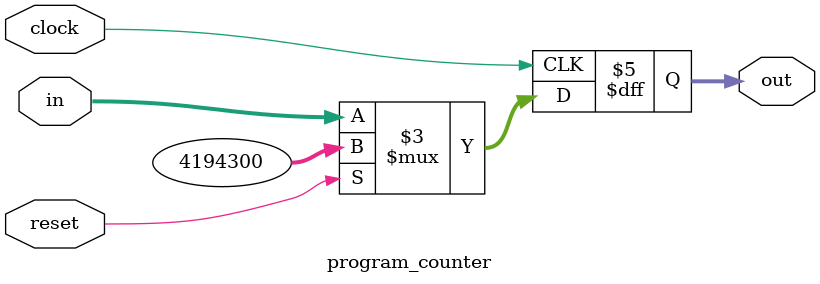
<source format=v>
`define RESET_VAL 32'h003ffffc
module program_counter#(parameter W = 32)
	(
	input 				 		 clock,
	input 				 		 reset,
	input [W-1:0] 		 in,
	output reg [W-1:0] out
	);
		
	always @(posedge clock)
		begin
			if(reset)
				begin
					out <= `RESET_VAL;
				end
			else
				begin
					out <= in;
				end
		end
endmodule

</source>
